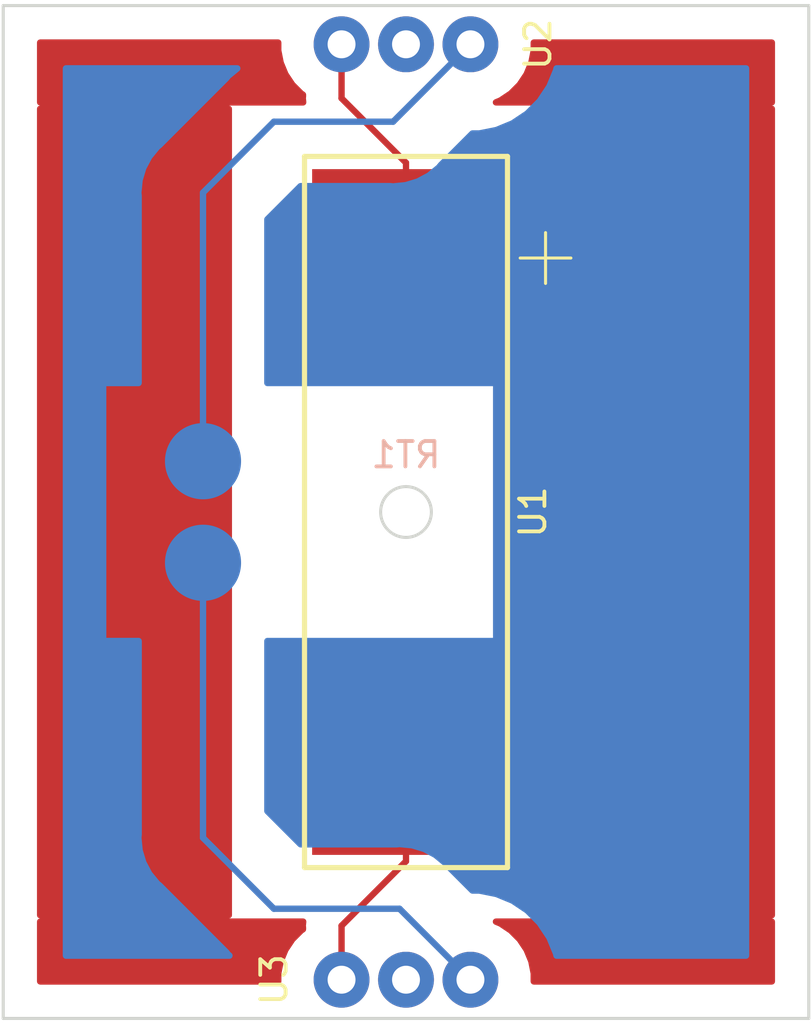
<source format=kicad_pcb>
(kicad_pcb (version 20171130) (host pcbnew "(5.1.2)-2")

  (general
    (thickness 1.6)
    (drawings 5)
    (tracks 16)
    (zones 0)
    (modules 4)
    (nets 7)
  )

  (page A4)
  (layers
    (0 F.Cu signal)
    (31 B.Cu signal)
    (32 B.Adhes user)
    (33 F.Adhes user)
    (34 B.Paste user)
    (35 F.Paste user)
    (36 B.SilkS user)
    (37 F.SilkS user)
    (38 B.Mask user)
    (39 F.Mask user)
    (40 Dwgs.User user)
    (41 Cmts.User user)
    (42 Eco1.User user)
    (43 Eco2.User user)
    (44 Edge.Cuts user)
    (45 Margin user)
    (46 B.CrtYd user)
    (47 F.CrtYd user)
    (48 B.Fab user)
    (49 F.Fab user)
  )

  (setup
    (last_trace_width 0.25)
    (trace_clearance 0.2)
    (zone_clearance 4.826)
    (zone_45_only no)
    (trace_min 0.2)
    (via_size 0.8)
    (via_drill 0.4)
    (via_min_size 0.4)
    (via_min_drill 0.3)
    (uvia_size 0.3)
    (uvia_drill 0.1)
    (uvias_allowed no)
    (uvia_min_size 0.2)
    (uvia_min_drill 0.1)
    (edge_width 0.05)
    (segment_width 0.2)
    (pcb_text_width 0.3)
    (pcb_text_size 1.5 1.5)
    (mod_edge_width 0.12)
    (mod_text_size 1 1)
    (mod_text_width 0.15)
    (pad_size 2.999999 2.999999)
    (pad_drill 0)
    (pad_to_mask_clearance 0.051)
    (solder_mask_min_width 0.25)
    (aux_axis_origin 0 0)
    (visible_elements 7FFFFFFF)
    (pcbplotparams
      (layerselection 0x01000_ffffffff)
      (usegerberextensions false)
      (usegerberattributes false)
      (usegerberadvancedattributes false)
      (creategerberjobfile false)
      (excludeedgelayer true)
      (linewidth 0.100000)
      (plotframeref false)
      (viasonmask false)
      (mode 1)
      (useauxorigin false)
      (hpglpennumber 1)
      (hpglpenspeed 20)
      (hpglpendiameter 15.000000)
      (psnegative false)
      (psa4output false)
      (plotreference true)
      (plotvalue true)
      (plotinvisibletext false)
      (padsonsilk false)
      (subtractmaskfromsilk false)
      (outputformat 1)
      (mirror false)
      (drillshape 0)
      (scaleselection 1)
      (outputdirectory "Q:/igdev/public/Icarus/Solar Cell Module/"))
  )

  (net 0 "")
  (net 1 Thermistor_Voltage)
  (net 2 3.3V)
  (net 3 -IN)
  (net 4 +IN)
  (net 5 "Net-(U2-Pad2)")
  (net 6 "Net-(U3-Pad2)")

  (net_class Default "This is the default net class."
    (clearance 0.2)
    (trace_width 0.25)
    (via_dia 0.8)
    (via_drill 0.4)
    (uvia_dia 0.3)
    (uvia_drill 0.1)
    (add_net +IN)
    (add_net -IN)
    (add_net 3.3V)
    (add_net "Net-(U2-Pad2)")
    (add_net "Net-(U3-Pad2)")
    (add_net Thermistor_Voltage)
  )

  (module Prototypedesign1:Thermistor2 (layer B.Cu) (tedit 5D3B4B93) (tstamp 5D3BE83E)
    (at 76.2 88.9 180)
    (path /5D3E2E50)
    (fp_text reference RT1 (at 0 2.25) (layer B.SilkS)
      (effects (font (size 1 1) (thickness 0.15)) (justify mirror))
    )
    (fp_text value NXFT15XH103 (at 0 -2.8) (layer B.Fab)
      (effects (font (size 1 1) (thickness 0.15)) (justify mirror))
    )
    (pad 2 smd circle (at 8 -2 180) (size 3 3) (layers B.Cu B.Paste B.Mask)
      (net 1 Thermistor_Voltage))
    (pad 1 smd circle (at 8 2 180) (size 3 3) (layers B.Cu B.Paste B.Mask)
      (net 2 3.3V))
  )

  (module Prototypedesign1:KXOB25 (layer F.Cu) (tedit 5D3A1477) (tstamp 5D3BE84E)
    (at 76.2 88.9 270)
    (path /5D3E29C1)
    (fp_text reference U1 (at 0 -5 90) (layer F.SilkS)
      (effects (font (size 1 1) (thickness 0.15)))
    )
    (fp_text value KXOB25-14X1F (at 0 5 90) (layer F.Fab)
      (effects (font (size 1 1) (thickness 0.15)))
    )
    (fp_line (start -14 -4) (end 14 -4) (layer F.SilkS) (width 0.2032))
    (fp_line (start -14 4) (end -14 -4) (layer F.SilkS) (width 0.2032))
    (fp_line (start 14 4) (end -14 4) (layer F.SilkS) (width 0.2032))
    (fp_line (start 14 -4) (end 14 4) (layer F.SilkS) (width 0.2032))
    (fp_line (start -10 -6.5) (end -10 -4.5) (layer F.SilkS) (width 0.12))
    (fp_line (start -11 -5.5) (end -9 -5.5) (layer F.SilkS) (width 0.12))
    (fp_line (start 14 4) (end -14 4) (layer F.Fab) (width 0.15))
    (fp_line (start -14 -4) (end 14 -4) (layer F.Fab) (width 0.15))
    (fp_line (start -14 4) (end -14 -4) (layer F.Fab) (width 0.15))
    (fp_line (start 14 4) (end 14 -4) (layer F.Fab) (width 0.15))
    (pad 1 smd rect (at -11.5 0 270) (size 4 7.4) (layers F.Cu F.Paste F.Mask)
      (net 4 +IN))
    (pad 2 smd rect (at 11.5 0 270) (size 4 7.4) (layers F.Cu F.Paste F.Mask)
      (net 3 -IN))
  )

  (module Prototypedesign1:3pin (layer F.Cu) (tedit 5D3B3EB8) (tstamp 5D3BE855)
    (at 76.2 70.485 270)
    (path /5D3E50C9)
    (fp_text reference U2 (at 0 -5.2 90) (layer F.SilkS)
      (effects (font (size 1 1) (thickness 0.15)))
    )
    (fp_text value 3pin (at 0 5.5 90) (layer F.Fab)
      (effects (font (size 1 1) (thickness 0.15)))
    )
    (pad 3 thru_hole circle (at 0 2.54 270) (size 2.2 2.2) (drill 1.1) (layers *.Cu *.Mask)
      (net 4 +IN))
    (pad 2 thru_hole circle (at 0 0 270) (size 2.2 2.2) (drill 1.1) (layers *.Cu *.Mask)
      (net 5 "Net-(U2-Pad2)"))
    (pad 1 thru_hole circle (at 0 -2.54 270) (size 2.2 2.2) (drill 1.1) (layers *.Cu *.Mask)
      (net 2 3.3V))
  )

  (module Prototypedesign1:3pin (layer F.Cu) (tedit 5D3B3EB8) (tstamp 5D3BE85C)
    (at 76.2 107.315 90)
    (path /5D3E5751)
    (fp_text reference U3 (at 0 -5.2 90) (layer F.SilkS)
      (effects (font (size 1 1) (thickness 0.15)))
    )
    (fp_text value 3pin (at 0 5.5 90) (layer F.Fab)
      (effects (font (size 1 1) (thickness 0.15)))
    )
    (pad 3 thru_hole circle (at 0 2.54 90) (size 2.2 2.2) (drill 1.1) (layers *.Cu *.Mask)
      (net 1 Thermistor_Voltage))
    (pad 2 thru_hole circle (at 0 0 90) (size 2.2 2.2) (drill 1.1) (layers *.Cu *.Mask)
      (net 6 "Net-(U3-Pad2)"))
    (pad 1 thru_hole circle (at 0 -2.54 90) (size 2.2 2.2) (drill 1.1) (layers *.Cu *.Mask)
      (net 3 -IN))
  )

  (gr_line (start 60.325 68.961) (end 60.325 108.839) (layer Edge.Cuts) (width 0.12))
  (gr_line (start 92.075 68.961) (end 92.075 108.839) (layer Edge.Cuts) (width 0.12))
  (gr_line (start 60.325 108.839) (end 92.075 108.839) (layer Edge.Cuts) (width 0.12))
  (gr_line (start 60.325 68.961) (end 92.075 68.961) (layer Edge.Cuts) (width 0.12))
  (gr_circle (center 76.2 88.9) (end 77.2 88.9) (layer Edge.Cuts) (width 0.12))

  (segment (start 68.2 90.9) (end 68.2 101.728) (width 0.25) (layer B.Cu) (net 1))
  (segment (start 68.2 101.728) (end 70.993 104.521) (width 0.25) (layer B.Cu) (net 1))
  (segment (start 75.946 104.521) (end 78.74 107.315) (width 0.25) (layer B.Cu) (net 1))
  (segment (start 70.993 104.521) (end 75.946 104.521) (width 0.25) (layer B.Cu) (net 1))
  (segment (start 68.2 84.77868) (end 68.199 84.77768) (width 0.25) (layer B.Cu) (net 2))
  (segment (start 68.2 86.9) (end 68.2 84.77868) (width 0.25) (layer B.Cu) (net 2))
  (segment (start 68.199 84.77768) (end 68.199 76.327) (width 0.25) (layer B.Cu) (net 2))
  (segment (start 68.199 76.327) (end 70.993 73.533) (width 0.25) (layer B.Cu) (net 2))
  (segment (start 75.692 73.533) (end 78.74 70.485) (width 0.25) (layer B.Cu) (net 2))
  (segment (start 70.993 73.533) (end 75.692 73.533) (width 0.25) (layer B.Cu) (net 2))
  (segment (start 76.2 102.65) (end 73.66 105.19) (width 0.25) (layer F.Cu) (net 3))
  (segment (start 76.2 100.4) (end 76.2 102.65) (width 0.25) (layer F.Cu) (net 3))
  (segment (start 73.66 105.19) (end 73.66 107.315) (width 0.25) (layer F.Cu) (net 3))
  (segment (start 76.2 75.15) (end 73.66 72.61) (width 0.25) (layer F.Cu) (net 4))
  (segment (start 76.2 77.4) (end 76.2 75.15) (width 0.25) (layer F.Cu) (net 4))
  (segment (start 73.66 72.61) (end 73.66 70.485) (width 0.25) (layer F.Cu) (net 4))

  (zone (net 0) (net_name "") (layer F.Cu) (tstamp 5D4B6976) (hatch edge 0.508)
    (priority 2)
    (connect_pads (clearance 1.27))
    (min_thickness 0.254)
    (fill yes (arc_segments 32) (thermal_gap 0.508) (thermal_bridge_width 1.524))
    (polygon
      (pts
        (xy 60.198 68.834) (xy 92.202 68.834) (xy 92.202 72.898) (xy 60.198 72.898)
      )
    )
    (filled_polygon
      (pts
        (xy 71.163 70.730933) (xy 71.258958 71.213348) (xy 71.447187 71.667773) (xy 71.720453 72.076745) (xy 72.068255 72.424547)
        (xy 72.138 72.471149) (xy 72.138 72.535233) (xy 72.130636 72.61) (xy 72.138 72.684766) (xy 72.138 72.684768)
        (xy 72.146493 72.771) (xy 61.782 72.771) (xy 61.782 70.418) (xy 71.163 70.418)
      )
    )
    (filled_polygon
      (pts
        (xy 90.618 72.771) (xy 79.746084 72.771) (xy 79.922773 72.697813) (xy 80.331745 72.424547) (xy 80.679547 72.076745)
        (xy 80.952813 71.667773) (xy 81.141042 71.213348) (xy 81.237 70.730933) (xy 81.237 70.418) (xy 90.618 70.418)
      )
    )
  )
  (zone (net 0) (net_name "") (layer F.Cu) (tstamp 5D4B6973) (hatch edge 0.508)
    (priority 2)
    (connect_pads (clearance 1.27))
    (min_thickness 0.254)
    (fill yes (arc_segments 32) (thermal_gap 0.508) (thermal_bridge_width 1.524))
    (polygon
      (pts
        (xy 92.202 72.898) (xy 92.202 104.902) (xy 83.566 104.902) (xy 83.566 72.898)
      )
    )
    (filled_polygon
      (pts
        (xy 90.618001 104.775) (xy 83.693 104.775) (xy 83.693 73.025) (xy 90.618 73.025)
      )
    )
  )
  (zone (net 0) (net_name "") (layer F.Cu) (tstamp 5D4B6970) (hatch edge 0.508)
    (priority 2)
    (connect_pads (clearance 1.27))
    (min_thickness 0.254)
    (fill yes (arc_segments 32) (thermal_gap 0.508) (thermal_bridge_width 1.524))
    (polygon
      (pts
        (xy 60.198 72.898) (xy 60.198 104.902) (xy 69.342 104.902) (xy 69.342 72.898)
      )
    )
    (filled_polygon
      (pts
        (xy 69.215 104.775) (xy 61.782 104.775) (xy 61.782 73.025) (xy 69.215 73.025)
      )
    )
  )
  (zone (net 0) (net_name "") (layer F.Cu) (tstamp 5D4B696D) (hatch edge 0.508)
    (priority 2)
    (connect_pads (clearance 1.27))
    (min_thickness 0.254)
    (fill yes (arc_segments 32) (thermal_gap 0.508) (thermal_bridge_width 1.524))
    (polygon
      (pts
        (xy 92.202 108.966) (xy 60.198 108.966) (xy 60.198 104.902) (xy 92.202 104.902)
      )
    )
    (filled_polygon
      (pts
        (xy 72.130636 105.19) (xy 72.138 105.264767) (xy 72.138 105.328851) (xy 72.068255 105.375453) (xy 71.720453 105.723255)
        (xy 71.447187 106.132227) (xy 71.258958 106.586652) (xy 71.163 107.069067) (xy 71.163 107.382) (xy 61.782 107.382)
        (xy 61.782 105.029) (xy 72.146493 105.029)
      )
    )
    (filled_polygon
      (pts
        (xy 90.618001 107.382) (xy 81.237 107.382) (xy 81.237 107.069067) (xy 81.141042 106.586652) (xy 80.952813 106.132227)
        (xy 80.679547 105.723255) (xy 80.331745 105.375453) (xy 79.922773 105.102187) (xy 79.746084 105.029) (xy 90.618001 105.029)
      )
    )
  )
  (zone (net 0) (net_name "") (layer B.Cu) (tstamp 5D4B696A) (hatch edge 0.508)
    (priority 2)
    (connect_pads (clearance 2.286))
    (min_thickness 0.254)
    (fill yes (arc_segments 32) (thermal_gap 0.508) (thermal_bridge_width 2.54))
    (polygon
      (pts
        (xy 60.198 68.834) (xy 92.202 68.834) (xy 92.202 108.966) (xy 60.198 108.966)
      )
    )
    (filled_polygon
      (pts
        (xy 69.286525 71.6502) (xy 69.286518 71.650207) (xy 69.18968 71.72968) (xy 69.110206 71.826519) (xy 66.492524 74.444203)
        (xy 66.395681 74.52368) (xy 66.316203 74.620524) (xy 66.316201 74.620526) (xy 66.07852 74.910141) (xy 65.842849 75.351051)
        (xy 65.697723 75.829466) (xy 65.648721 76.327) (xy 65.661001 76.451683) (xy 65.661 83.82) (xy 64.389 83.82)
        (xy 64.364224 83.82244) (xy 64.340399 83.829667) (xy 64.318443 83.841403) (xy 64.299197 83.857197) (xy 64.283403 83.876443)
        (xy 64.271667 83.898399) (xy 64.26444 83.922224) (xy 64.262 83.947) (xy 64.262 93.853) (xy 64.26444 93.877776)
        (xy 64.271667 93.901601) (xy 64.283403 93.923557) (xy 64.299197 93.942803) (xy 64.318443 93.958597) (xy 64.340399 93.970333)
        (xy 64.364224 93.97756) (xy 64.389 93.98) (xy 65.662 93.98) (xy 65.662001 101.603317) (xy 65.649721 101.728)
        (xy 65.698723 102.225534) (xy 65.843849 102.703949) (xy 66.057756 103.104141) (xy 66.079521 103.14486) (xy 66.396681 103.53132)
        (xy 66.493524 103.610797) (xy 69.1102 106.227474) (xy 69.18968 106.32432) (xy 69.240467 106.366) (xy 62.798 106.366)
        (xy 62.798 71.434) (xy 69.549966 71.434)
      )
    )
    (filled_polygon
      (pts
        (xy 89.602001 106.366) (xy 82.133056 106.366) (xy 82.117997 106.290296) (xy 81.85318 105.65097) (xy 81.468725 105.075593)
        (xy 80.979407 104.586275) (xy 80.40403 104.20182) (xy 79.764704 103.937003) (xy 79.086 103.802) (xy 78.816274 103.802)
        (xy 77.828802 102.814529) (xy 77.74932 102.71768) (xy 77.36286 102.40052) (xy 76.92195 102.164849) (xy 76.443535 102.019723)
        (xy 76.070681 101.983) (xy 76.070673 101.983) (xy 75.946 101.970721) (xy 75.821327 101.983) (xy 72.044274 101.983)
        (xy 70.738 100.676727) (xy 70.738 93.98) (xy 79.629 93.98) (xy 79.653776 93.97756) (xy 79.677601 93.970333)
        (xy 79.699557 93.958597) (xy 79.718803 93.942803) (xy 79.734597 93.923557) (xy 79.746333 93.901601) (xy 79.75356 93.877776)
        (xy 79.756 93.853) (xy 79.756 83.947) (xy 79.75356 83.922224) (xy 79.746333 83.898399) (xy 79.734597 83.876443)
        (xy 79.718803 83.857197) (xy 79.699557 83.841403) (xy 79.677601 83.829667) (xy 79.653776 83.82244) (xy 79.629 83.82)
        (xy 70.737 83.82) (xy 70.737 77.378274) (xy 72.044274 76.071) (xy 75.567327 76.071) (xy 75.692 76.083279)
        (xy 75.816673 76.071) (xy 75.816681 76.071) (xy 76.189535 76.034277) (xy 76.66795 75.889151) (xy 77.10886 75.65348)
        (xy 77.49532 75.33632) (xy 77.574802 75.239471) (xy 78.816273 73.998) (xy 79.086 73.998) (xy 79.764704 73.862997)
        (xy 80.40403 73.59818) (xy 80.979407 73.213725) (xy 81.468725 72.724407) (xy 81.85318 72.14903) (xy 82.117997 71.509704)
        (xy 82.133056 71.434) (xy 89.602 71.434)
      )
    )
  )
  (zone (net 0) (net_name "") (layer B.Cu) (tstamp 0) (hatch edge 0.508)
    (connect_pads no (clearance 4.826))
    (min_thickness 0.254)
    (keepout (tracks allowed) (vias allowed) (copperpour not_allowed))
    (fill (arc_segments 32) (thermal_gap 0.508) (thermal_bridge_width 5.08))
    (polygon
      (pts
        (xy 64.389 83.947) (xy 79.629 83.947) (xy 79.629 93.853) (xy 64.389 93.853)
      )
    )
  )
  (zone (net 0) (net_name "") (layer F.Cu) (tstamp 0) (hatch edge 0.508)
    (connect_pads no (clearance 4.826))
    (min_thickness 0.254)
    (keepout (tracks allowed) (vias allowed) (copperpour not_allowed))
    (fill (arc_segments 32) (thermal_gap 0.508) (thermal_bridge_width 5.08))
    (polygon
      (pts
        (xy 76.2 72.136) (xy 78.74 72.136) (xy 78.74 73.533) (xy 76.2 73.533)
      )
    )
  )
  (zone (net 0) (net_name "") (layer F.Cu) (tstamp 0) (hatch edge 0.508)
    (connect_pads no (clearance 4.826))
    (min_thickness 0.254)
    (keepout (tracks allowed) (vias allowed) (copperpour not_allowed))
    (fill (arc_segments 32) (thermal_gap 0.508) (thermal_bridge_width 5.08))
    (polygon
      (pts
        (xy 76.708 104.521) (xy 78.359 104.521) (xy 78.359 105.791) (xy 76.708 105.791)
      )
    )
  )
)

</source>
